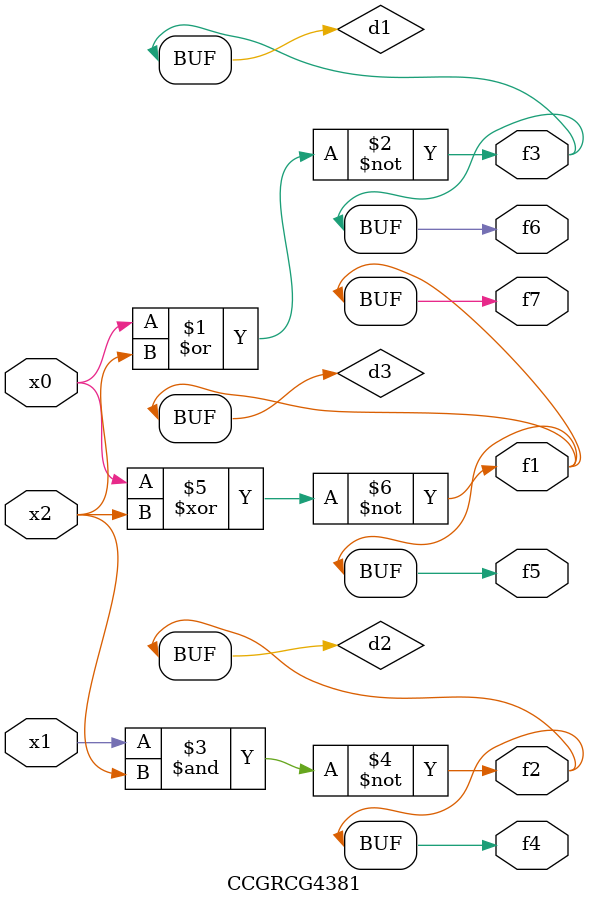
<source format=v>
module CCGRCG4381(
	input x0, x1, x2,
	output f1, f2, f3, f4, f5, f6, f7
);

	wire d1, d2, d3;

	nor (d1, x0, x2);
	nand (d2, x1, x2);
	xnor (d3, x0, x2);
	assign f1 = d3;
	assign f2 = d2;
	assign f3 = d1;
	assign f4 = d2;
	assign f5 = d3;
	assign f6 = d1;
	assign f7 = d3;
endmodule

</source>
